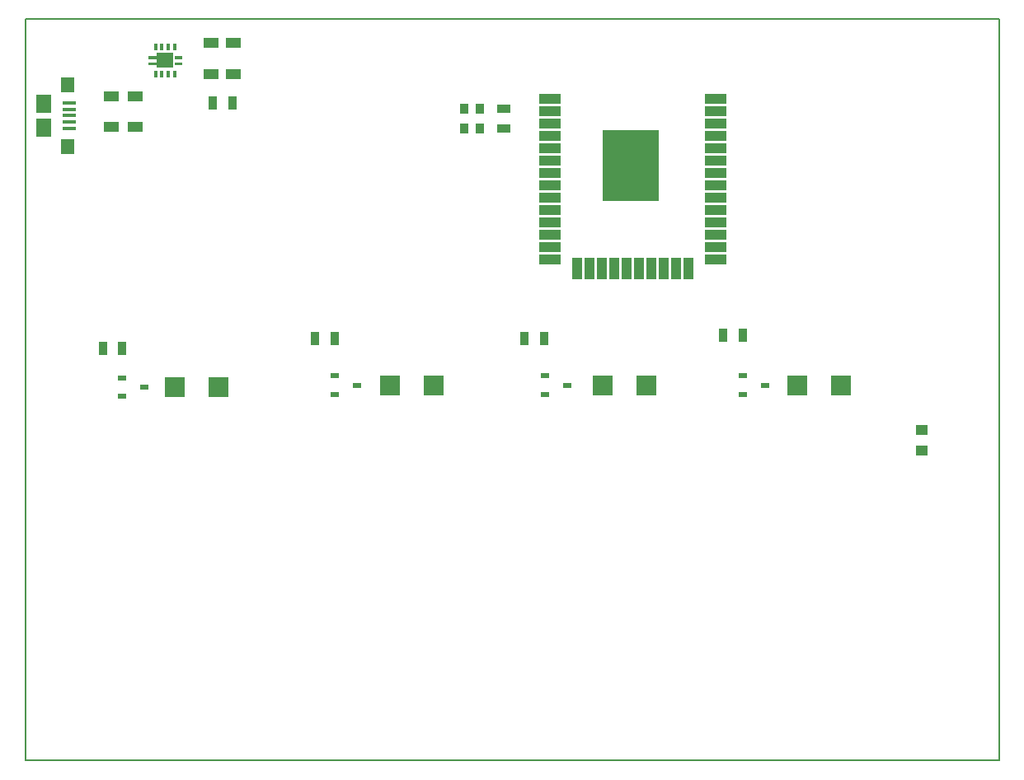
<source format=gbr>
G04 PROTEUS GERBER X2 FILE*
%TF.GenerationSoftware,Labcenter,Proteus,8.9-SP0-Build27865*%
%TF.CreationDate,2021-01-11T14:01:32+00:00*%
%TF.FileFunction,Paste,Top*%
%TF.FilePolarity,Positive*%
%TF.Part,Single*%
%TF.SameCoordinates,{9f0a7d81-3364-476e-981e-304885b4a122}*%
%FSLAX45Y45*%
%MOMM*%
G01*
%TA.AperFunction,Material*%
%ADD68R,2.200000X1.000000*%
%ADD69R,1.000000X2.200000*%
%ADD74R,5.842000X7.366000*%
%TA.AperFunction,Material*%
%ADD75R,1.447800X0.939800*%
%ADD76R,0.939800X0.990600*%
%ADD77R,1.270000X1.016000*%
%ADD78R,2.108200X2.108200*%
%TA.AperFunction,Material*%
%ADD79R,0.939800X0.609600*%
%TA.AperFunction,Material*%
%ADD80R,0.939800X1.447800*%
%AMPPAD053*
4,1,36,
-0.154940,-0.260000,
-0.154940,0.260000,
-0.154140,0.268180,
-0.151850,0.275740,
-0.148220,0.282540,
-0.143380,0.288440,
-0.137480,0.293280,
-0.130680,0.296910,
-0.123120,0.299200,
-0.114940,0.300000,
0.114940,0.300000,
0.123120,0.299200,
0.130680,0.296910,
0.137480,0.293280,
0.143380,0.288440,
0.148220,0.282540,
0.151850,0.275740,
0.154140,0.268180,
0.154940,0.260000,
0.154940,-0.260000,
0.154140,-0.268180,
0.151850,-0.275740,
0.148220,-0.282540,
0.143380,-0.288440,
0.137480,-0.293280,
0.130680,-0.296910,
0.123120,-0.299200,
0.114940,-0.300000,
-0.114940,-0.300000,
-0.123120,-0.299200,
-0.130680,-0.296910,
-0.137480,-0.293280,
-0.143380,-0.288440,
-0.148220,-0.282540,
-0.151850,-0.275740,
-0.154140,-0.268180,
-0.154940,-0.260000,
0*%
%TA.AperFunction,Material*%
%ADD59PPAD053*%
%ADD81R,1.750060X1.500000*%
%TA.AperFunction,Material*%
%ADD82R,1.524000X1.016000*%
%TA.AperFunction,Material*%
%ADD83R,1.350000X0.400000*%
%ADD84R,1.400000X1.600000*%
%ADD85R,1.600000X1.900000*%
%TA.AperFunction,Profile*%
%ADD36C,0.203200*%
%TA.AperFunction,Material*%
%ADD67C,0.025400*%
%TD.AperFunction*%
G36*
X+1393000Y+7123000D02*
X+1393000Y+7257000D01*
X+1547000Y+7257000D01*
X+1547000Y+7123000D01*
X+1393000Y+7123000D01*
G37*
G36*
X+1300000Y+7146000D02*
X+1300000Y+7169000D01*
X+1372000Y+7169000D01*
X+1372000Y+7146000D01*
X+1300000Y+7146000D01*
G37*
G36*
X+1300000Y+7211000D02*
X+1300000Y+7234000D01*
X+1372000Y+7234000D01*
X+1372000Y+7211000D01*
X+1300000Y+7211000D01*
G37*
G36*
X+1568000Y+7211000D02*
X+1568000Y+7234000D01*
X+1640000Y+7234000D01*
X+1640000Y+7211000D01*
X+1568000Y+7211000D01*
G37*
G36*
X+1568000Y+7146000D02*
X+1568000Y+7169000D01*
X+1640000Y+7169000D01*
X+1640000Y+7146000D01*
X+1568000Y+7146000D01*
G37*
D68*
X+5420940Y+6796660D03*
X+5420940Y+6669660D03*
X+5420940Y+6542660D03*
X+5420940Y+6415660D03*
X+5420940Y+6288660D03*
X+5420940Y+6161660D03*
X+5420940Y+6034660D03*
X+5420940Y+5907660D03*
X+5420940Y+5780660D03*
X+5420940Y+5653660D03*
X+5420940Y+5526660D03*
X+5420940Y+5399660D03*
X+5420940Y+5272660D03*
X+5420940Y+5145660D03*
D69*
X+5699400Y+5047500D03*
X+5826400Y+5047500D03*
X+5953400Y+5047500D03*
X+6080400Y+5047500D03*
X+6207400Y+5047500D03*
X+6334400Y+5047500D03*
X+6461400Y+5047500D03*
X+6588400Y+5047500D03*
X+6715400Y+5047500D03*
X+6842400Y+5047500D03*
D68*
X+7120940Y+5145660D03*
X+7120940Y+5272660D03*
X+7120940Y+5399660D03*
X+7120940Y+5526660D03*
X+7120940Y+5653660D03*
X+7120940Y+5780660D03*
X+7120940Y+5907660D03*
X+7120940Y+6034660D03*
X+7120940Y+6161660D03*
X+7120940Y+6288660D03*
X+7120940Y+6415660D03*
X+7120940Y+6542660D03*
X+7120940Y+6669660D03*
X+7120940Y+6796660D03*
D74*
X+6247780Y+6105080D03*
D75*
X+4950000Y+6690000D03*
X+4950000Y+6490000D03*
D76*
X+4700000Y+6690000D03*
X+4540000Y+6690000D03*
X+4700000Y+6490000D03*
X+4540000Y+6490000D03*
D77*
X+9240000Y+3390000D03*
X+9240000Y+3176640D03*
D78*
X+3780000Y+3850000D03*
X+4230000Y+3850000D03*
X+5960000Y+3850000D03*
X+6410000Y+3850000D03*
X+7960000Y+3850000D03*
X+8410000Y+3850000D03*
X+1570000Y+3830000D03*
X+2020000Y+3830000D03*
D79*
X+3210000Y+3945000D03*
X+3210000Y+3755000D03*
X+3440000Y+3850000D03*
X+5370000Y+3945000D03*
X+5370000Y+3755000D03*
X+5600000Y+3850000D03*
X+7400000Y+3945000D03*
X+7400000Y+3755000D03*
X+7630000Y+3850000D03*
X+1030000Y+3925000D03*
X+1030000Y+3735000D03*
X+1260000Y+3830000D03*
D80*
X+3010000Y+4330000D03*
X+3210000Y+4330000D03*
X+5160000Y+4330000D03*
X+5360000Y+4330000D03*
X+7200000Y+4360000D03*
X+7400000Y+4360000D03*
X+830000Y+4230000D03*
X+1030000Y+4230000D03*
D59*
X+1372000Y+7050000D03*
X+1437488Y+7050000D03*
X+1502512Y+7050000D03*
X+1568000Y+7050000D03*
X+1568000Y+7330000D03*
X+1502512Y+7330000D03*
X+1437488Y+7330000D03*
X+1372000Y+7330000D03*
D81*
X+1470000Y+7190000D03*
D82*
X+920000Y+6820000D03*
X+920000Y+6505040D03*
D80*
X+1960000Y+6750000D03*
X+2160000Y+6750000D03*
D82*
X+2170000Y+7050000D03*
X+2170000Y+7364960D03*
X+1940000Y+7050000D03*
X+1940000Y+7364960D03*
X+1160000Y+6820000D03*
X+1160000Y+6505040D03*
D83*
X+490000Y+6750000D03*
X+490000Y+6685000D03*
X+490000Y+6620000D03*
X+490000Y+6555000D03*
X+490000Y+6490000D03*
D84*
X+468000Y+6940000D03*
D85*
X+222000Y+6740000D03*
X+222000Y+6500000D03*
D84*
X+468000Y+6300000D03*
D36*
X+35420Y-8200D02*
X+10035420Y-8200D01*
X+10035420Y+7611800D01*
X+35420Y+7611800D01*
X+35420Y-8200D01*
D67*
X+1393000Y+7123000D02*
X+1547000Y+7123000D01*
X+1547000Y+7257000D01*
X+1393000Y+7257000D01*
X+1393000Y+7123000D01*
X+1300000Y+7146000D02*
X+1372000Y+7146000D01*
X+1372000Y+7169000D01*
X+1300000Y+7169000D01*
X+1300000Y+7146000D01*
X+1300000Y+7211000D02*
X+1372000Y+7211000D01*
X+1372000Y+7234000D01*
X+1300000Y+7234000D01*
X+1300000Y+7211000D01*
X+1568000Y+7211000D02*
X+1640000Y+7211000D01*
X+1640000Y+7234000D01*
X+1568000Y+7234000D01*
X+1568000Y+7211000D01*
X+1568000Y+7146000D02*
X+1640000Y+7146000D01*
X+1640000Y+7169000D01*
X+1568000Y+7169000D01*
X+1568000Y+7146000D01*
M02*

</source>
